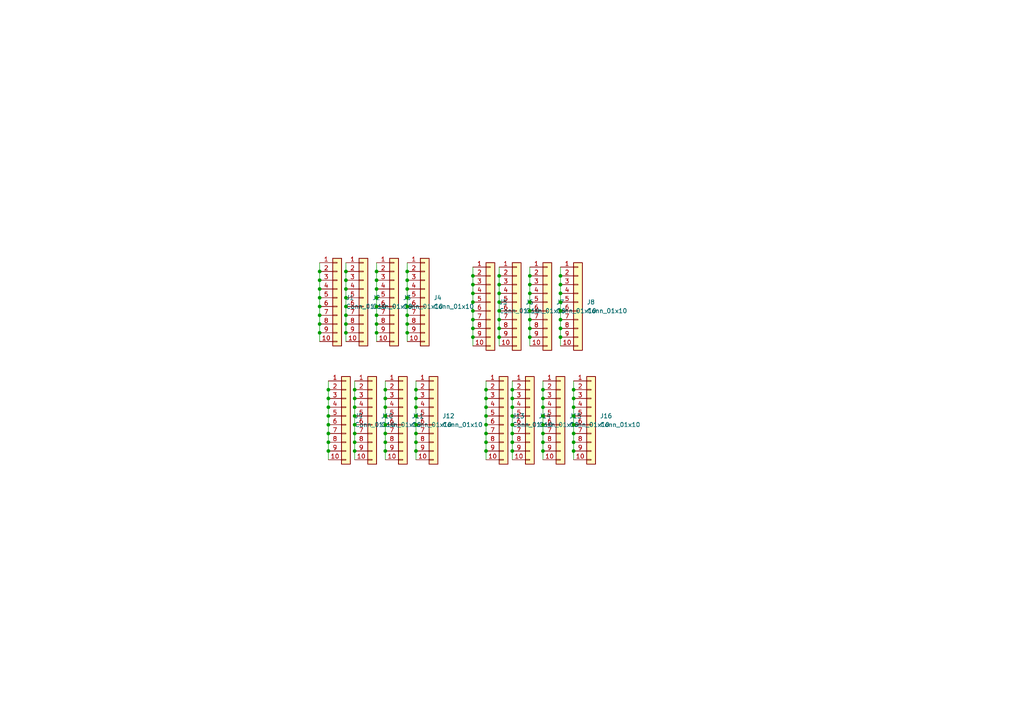
<source format=kicad_sch>
(kicad_sch (version 20231120) (generator "eeschema") (generator_version "8.0")
  (paper "A4")
  (lib_symbols
    (symbol "Connector_Generic:Conn_01x10" (pin_names (offset 1.016) hide)
      (property "Reference" "J" (at 0 12.7 0))
      (property "Value" "Conn_01x10" (at 0 -15.24 0))
      (symbol "Conn_01x10_1_1"
        (rectangle (start -1.27 -12.573) (end 0 -12.827) (stroke (width 0.1524)))
        (rectangle (start -1.27 -10.033) (end 0 -10.287) (stroke (width 0.1524)))
        (rectangle (start -1.27 -7.493) (end 0 -7.747) (stroke (width 0.1524)))
        (rectangle (start -1.27 -4.953) (end 0 -5.207) (stroke (width 0.1524)))
        (rectangle (start -1.27 -2.413) (end 0 -2.667) (stroke (width 0.1524)))
        (rectangle (start -1.27 0.127) (end 0 -0.127) (stroke (width 0.1524)))
        (rectangle (start -1.27 2.667) (end 0 2.413) (stroke (width 0.1524)))
        (rectangle (start -1.27 5.207) (end 0 4.953) (stroke (width 0.1524)))
        (rectangle (start -1.27 7.747) (end 0 7.493) (stroke (width 0.1524)))
        (rectangle (start -1.27 10.287) (end 0 10.033) (stroke (width 0.1524)))
        (rectangle (start -1.27 11.43) (end 1.27 -13.97) (stroke (width 0.254)) (fill (type background)))
        (pin passive line (at -5.08 10.16 0) (length 3.81) (name "Pin_1") (number "1"))
        (pin passive line (at -5.08 -12.7 0) (length 3.81) (name "Pin_10") (number "10"))
        (pin passive line (at -5.08 7.62 0) (length 3.81) (name "Pin_2") (number "2"))
        (pin passive line (at -5.08 5.08 0) (length 3.81) (name "Pin_3") (number "3"))
        (pin passive line (at -5.08 2.54 0) (length 3.81) (name "Pin_4") (number "4"))
        (pin passive line (at -5.08 0 0) (length 3.81) (name "Pin_5") (number "5"))
        (pin passive line (at -5.08 -2.54 0) (length 3.81) (name "Pin_6") (number "6"))
        (pin passive line (at -5.08 -5.08 0) (length 3.81) (name "Pin_7") (number "7"))
        (pin passive line (at -5.08 -7.62 0) (length 3.81) (name "Pin_8") (number "8"))
        (pin passive line (at -5.08 -10.16 0) (length 3.81) (name "Pin_9") (number "9"))
      )
    )
  )
  (junction (at 92.71 88.9))
  (junction (at 140.97 120.65))
  (junction (at 148.59 128.27))
  (junction (at 162.56 80.01))
  (junction (at 148.59 123.19))
  (junction (at 153.67 92.71))
  (junction (at 92.71 91.44))
  (junction (at 144.78 90.17))
  (junction (at 111.76 118.11))
  (junction (at 153.67 85.09))
  (junction (at 162.56 95.25))
  (junction (at 162.56 82.55))
  (junction (at 120.65 118.11))
  (junction (at 137.16 85.09))
  (junction (at 120.65 125.73))
  (junction (at 120.65 120.65))
  (junction (at 109.22 78.74))
  (junction (at 148.59 118.11))
  (junction (at 111.76 125.73))
  (junction (at 92.71 96.52))
  (junction (at 111.76 115.57))
  (junction (at 166.37 130.81))
  (junction (at 100.33 96.52))
  (junction (at 166.37 125.73))
  (junction (at 102.87 123.19))
  (junction (at 111.76 130.81))
  (junction (at 157.48 123.19))
  (junction (at 144.78 82.55))
  (junction (at 118.11 81.28))
  (junction (at 166.37 128.27))
  (junction (at 148.59 130.81))
  (junction (at 153.67 87.63))
  (junction (at 109.22 91.44))
  (junction (at 109.22 96.52))
  (junction (at 120.65 128.27))
  (junction (at 100.33 81.28))
  (junction (at 148.59 113.03))
  (junction (at 137.16 82.55))
  (junction (at 140.97 115.57))
  (junction (at 153.67 95.25))
  (junction (at 157.48 118.11))
  (junction (at 157.48 113.03))
  (junction (at 153.67 97.79))
  (junction (at 140.97 118.11))
  (junction (at 144.78 80.01))
  (junction (at 95.25 115.57))
  (junction (at 157.48 120.65))
  (junction (at 137.16 80.01))
  (junction (at 102.87 115.57))
  (junction (at 100.33 83.82))
  (junction (at 100.33 93.98))
  (junction (at 102.87 120.65))
  (junction (at 109.22 83.82))
  (junction (at 140.97 123.19))
  (junction (at 140.97 128.27))
  (junction (at 153.67 90.17))
  (junction (at 111.76 128.27))
  (junction (at 92.71 81.28))
  (junction (at 157.48 128.27))
  (junction (at 166.37 113.03))
  (junction (at 118.11 83.82))
  (junction (at 111.76 120.65))
  (junction (at 162.56 85.09))
  (junction (at 166.37 118.11))
  (junction (at 166.37 120.65))
  (junction (at 92.71 83.82))
  (junction (at 120.65 113.03))
  (junction (at 100.33 78.74))
  (junction (at 120.65 115.57))
  (junction (at 118.11 91.44))
  (junction (at 144.78 85.09))
  (junction (at 137.16 95.25))
  (junction (at 95.25 120.65))
  (junction (at 95.25 113.03))
  (junction (at 95.25 118.11))
  (junction (at 166.37 123.19))
  (junction (at 148.59 120.65))
  (junction (at 162.56 97.79))
  (junction (at 100.33 91.44))
  (junction (at 92.71 93.98))
  (junction (at 95.25 128.27))
  (junction (at 140.97 130.81))
  (junction (at 120.65 123.19))
  (junction (at 102.87 128.27))
  (junction (at 144.78 87.63))
  (junction (at 137.16 97.79))
  (junction (at 148.59 125.73))
  (junction (at 144.78 95.25))
  (junction (at 148.59 115.57))
  (junction (at 137.16 90.17))
  (junction (at 157.48 130.81))
  (junction (at 92.71 86.36))
  (junction (at 137.16 92.71))
  (junction (at 118.11 93.98))
  (junction (at 162.56 87.63))
  (junction (at 118.11 96.52))
  (junction (at 144.78 92.71))
  (junction (at 111.76 123.19))
  (junction (at 144.78 97.79))
  (junction (at 118.11 88.9))
  (junction (at 157.48 125.73))
  (junction (at 140.97 113.03))
  (junction (at 118.11 86.36))
  (junction (at 100.33 88.9))
  (junction (at 102.87 113.03))
  (junction (at 118.11 78.74))
  (junction (at 95.25 130.81))
  (junction (at 109.22 81.28))
  (junction (at 140.97 125.73))
  (junction (at 153.67 82.55))
  (junction (at 109.22 88.9))
  (junction (at 111.76 113.03))
  (junction (at 95.25 125.73))
  (junction (at 109.22 86.36))
  (junction (at 102.87 130.81))
  (junction (at 166.37 115.57))
  (junction (at 137.16 87.63))
  (junction (at 120.65 130.81))
  (junction (at 92.71 78.74))
  (junction (at 95.25 123.19))
  (junction (at 102.87 118.11))
  (junction (at 102.87 125.73))
  (junction (at 109.22 93.98))
  (junction (at 153.67 80.01))
  (junction (at 162.56 90.17))
  (junction (at 157.48 115.57))
  (junction (at 100.33 86.36))
  (junction (at 162.56 92.71))
  (wire (pts (xy 140.97 128.27) (xy 140.97 130.81)))
  (wire (pts (xy 118.11 91.44) (xy 118.11 93.98)))
  (wire (pts (xy 95.25 110.49) (xy 95.25 113.03)))
  (wire (pts (xy 95.25 123.19) (xy 95.25 125.73)))
  (wire (pts (xy 120.65 118.11) (xy 120.65 120.65)))
  (wire (pts (xy 166.37 120.65) (xy 166.37 123.19)))
  (wire (pts (xy 118.11 88.9) (xy 118.11 91.44)))
  (wire (pts (xy 153.67 100.33) (xy 153.67 97.79)))
  (wire (pts (xy 153.67 92.71) (xy 153.67 95.25)))
  (wire (pts (xy 92.71 88.9) (xy 92.71 91.44)))
  (wire (pts (xy 166.37 123.19) (xy 166.37 125.73)))
  (wire (pts (xy 111.76 110.49) (xy 111.76 113.03)))
  (wire (pts (xy 118.11 93.98) (xy 118.11 96.52)))
  (wire (pts (xy 102.87 128.27) (xy 102.87 130.81)))
  (wire (pts (xy 95.25 130.81) (xy 95.25 133.35)))
  (wire (pts (xy 120.65 125.73) (xy 120.65 128.27)))
  (wire (pts (xy 153.67 82.55) (xy 153.67 85.09)))
  (wire (pts (xy 120.65 110.49) (xy 120.65 113.03)))
  (wire (pts (xy 100.33 83.82) (xy 100.33 86.36)))
  (wire (pts (xy 140.97 110.49) (xy 140.97 113.03)))
  (wire (pts (xy 137.16 97.79) (xy 137.16 100.33)))
  (wire (pts (xy 137.16 87.63) (xy 137.16 90.17)))
  (wire (pts (xy 109.22 76.2) (xy 109.22 78.74)))
  (wire (pts (xy 162.56 97.79) (xy 162.56 100.33)))
  (wire (pts (xy 162.56 85.09) (xy 162.56 87.63)))
  (wire (pts (xy 144.78 90.17) (xy 144.78 92.71)))
  (wire (pts (xy 148.59 115.57) (xy 148.59 118.11)))
  (wire (pts (xy 102.87 123.19) (xy 102.87 125.73)))
  (wire (pts (xy 95.25 113.03) (xy 95.25 115.57)))
  (wire (pts (xy 120.65 113.03) (xy 120.65 115.57)))
  (wire (pts (xy 148.59 125.73) (xy 148.59 128.27)))
  (wire (pts (xy 157.48 123.19) (xy 157.48 125.73)))
  (wire (pts (xy 157.48 118.11) (xy 157.48 120.65)))
  (wire (pts (xy 102.87 125.73) (xy 102.87 128.27)))
  (wire (pts (xy 111.76 118.11) (xy 111.76 120.65)))
  (wire (pts (xy 120.65 130.81) (xy 120.65 133.35)))
  (wire (pts (xy 111.76 125.73) (xy 111.76 128.27)))
  (wire (pts (xy 140.97 120.65) (xy 140.97 123.19)))
  (wire (pts (xy 118.11 83.82) (xy 118.11 86.36)))
  (wire (pts (xy 162.56 95.25) (xy 162.56 97.79)))
  (wire (pts (xy 157.48 128.27) (xy 157.48 130.81)))
  (wire (pts (xy 137.16 85.09) (xy 137.16 87.63)))
  (wire (pts (xy 166.37 113.03) (xy 166.37 115.57)))
  (wire (pts (xy 153.67 85.09) (xy 153.67 87.63)))
  (wire (pts (xy 157.48 120.65) (xy 157.48 123.19)))
  (wire (pts (xy 111.76 120.65) (xy 111.76 123.19)))
  (wire (pts (xy 153.67 95.25) (xy 153.67 97.79)))
  (wire (pts (xy 137.16 92.71) (xy 137.16 95.25)))
  (wire (pts (xy 100.33 93.98) (xy 100.33 96.52)))
  (wire (pts (xy 166.37 130.81) (xy 166.37 133.35)))
  (wire (pts (xy 95.25 118.11) (xy 95.25 120.65)))
  (wire (pts (xy 162.56 80.01) (xy 162.56 82.55)))
  (wire (pts (xy 148.59 120.65) (xy 148.59 123.19)))
  (wire (pts (xy 137.16 80.01) (xy 137.16 82.55)))
  (wire (pts (xy 102.87 110.49) (xy 102.87 113.03)))
  (wire (pts (xy 95.25 115.57) (xy 95.25 118.11)))
  (wire (pts (xy 111.76 128.27) (xy 111.76 130.81)))
  (wire (pts (xy 162.56 87.63) (xy 162.56 90.17)))
  (wire (pts (xy 162.56 82.55) (xy 162.56 85.09)))
  (wire (pts (xy 144.78 87.63) (xy 144.78 90.17)))
  (wire (pts (xy 148.59 130.81) (xy 148.59 133.35)))
  (wire (pts (xy 157.48 125.73) (xy 157.48 128.27)))
  (wire (pts (xy 100.33 91.44) (xy 100.33 93.98)))
  (wire (pts (xy 118.11 96.52) (xy 118.11 99.06)))
  (wire (pts (xy 109.22 78.74) (xy 109.22 81.28)))
  (wire (pts (xy 100.33 86.36) (xy 100.33 88.9)))
  (wire (pts (xy 144.78 80.01) (xy 144.78 82.55)))
  (wire (pts (xy 109.22 99.06) (xy 109.22 96.52)))
  (wire (pts (xy 162.56 90.17) (xy 162.56 92.71)))
  (wire (pts (xy 137.16 90.17) (xy 137.16 92.71)))
  (wire (pts (xy 118.11 86.36) (xy 118.11 88.9)))
  (wire (pts (xy 92.71 83.82) (xy 92.71 86.36)))
  (wire (pts (xy 148.59 113.03) (xy 148.59 115.57)))
  (wire (pts (xy 100.33 88.9) (xy 100.33 91.44)))
  (wire (pts (xy 148.59 118.11) (xy 148.59 120.65)))
  (wire (pts (xy 111.76 115.57) (xy 111.76 118.11)))
  (wire (pts (xy 102.87 130.81) (xy 102.87 133.35)))
  (wire (pts (xy 157.48 113.03) (xy 157.48 115.57)))
  (wire (pts (xy 95.25 128.27) (xy 95.25 130.81)))
  (wire (pts (xy 137.16 95.25) (xy 137.16 97.79)))
  (wire (pts (xy 148.59 123.19) (xy 148.59 125.73)))
  (wire (pts (xy 144.78 82.55) (xy 144.78 85.09)))
  (wire (pts (xy 153.67 87.63) (xy 153.67 90.17)))
  (wire (pts (xy 120.65 120.65) (xy 120.65 123.19)))
  (wire (pts (xy 100.33 76.2) (xy 100.33 78.74)))
  (wire (pts (xy 109.22 88.9) (xy 109.22 91.44)))
  (wire (pts (xy 102.87 118.11) (xy 102.87 120.65)))
  (wire (pts (xy 162.56 77.47) (xy 162.56 80.01)))
  (wire (pts (xy 102.87 120.65) (xy 102.87 123.19)))
  (wire (pts (xy 157.48 133.35) (xy 157.48 130.81)))
  (wire (pts (xy 92.71 81.28) (xy 92.71 83.82)))
  (wire (pts (xy 137.16 77.47) (xy 137.16 80.01)))
  (wire (pts (xy 153.67 80.01) (xy 153.67 82.55)))
  (wire (pts (xy 118.11 76.2) (xy 118.11 78.74)))
  (wire (pts (xy 120.65 115.57) (xy 120.65 118.11)))
  (wire (pts (xy 118.11 81.28) (xy 118.11 83.82)))
  (wire (pts (xy 111.76 133.35) (xy 111.76 130.81)))
  (wire (pts (xy 92.71 78.74) (xy 92.71 81.28)))
  (wire (pts (xy 92.71 86.36) (xy 92.71 88.9)))
  (wire (pts (xy 140.97 130.81) (xy 140.97 133.35)))
  (wire (pts (xy 92.71 76.2) (xy 92.71 78.74)))
  (wire (pts (xy 140.97 125.73) (xy 140.97 128.27)))
  (wire (pts (xy 144.78 77.47) (xy 144.78 80.01)))
  (wire (pts (xy 166.37 110.49) (xy 166.37 113.03)))
  (wire (pts (xy 140.97 115.57) (xy 140.97 118.11)))
  (wire (pts (xy 157.48 110.49) (xy 157.48 113.03)))
  (wire (pts (xy 111.76 123.19) (xy 111.76 125.73)))
  (wire (pts (xy 144.78 95.25) (xy 144.78 97.79)))
  (wire (pts (xy 140.97 123.19) (xy 140.97 125.73)))
  (wire (pts (xy 162.56 92.71) (xy 162.56 95.25)))
  (wire (pts (xy 153.67 77.47) (xy 153.67 80.01)))
  (wire (pts (xy 92.71 96.52) (xy 92.71 99.06)))
  (wire (pts (xy 92.71 93.98) (xy 92.71 96.52)))
  (wire (pts (xy 148.59 110.49) (xy 148.59 113.03)))
  (wire (pts (xy 166.37 118.11) (xy 166.37 120.65)))
  (wire (pts (xy 137.16 82.55) (xy 137.16 85.09)))
  (wire (pts (xy 144.78 92.71) (xy 144.78 95.25)))
  (wire (pts (xy 109.22 81.28) (xy 109.22 83.82)))
  (wire (pts (xy 118.11 78.74) (xy 118.11 81.28)))
  (wire (pts (xy 140.97 118.11) (xy 140.97 120.65)))
  (wire (pts (xy 120.65 123.19) (xy 120.65 125.73)))
  (wire (pts (xy 153.67 90.17) (xy 153.67 92.71)))
  (wire (pts (xy 166.37 115.57) (xy 166.37 118.11)))
  (wire (pts (xy 120.65 128.27) (xy 120.65 130.81)))
  (wire (pts (xy 144.78 85.09) (xy 144.78 87.63)))
  (wire (pts (xy 157.48 115.57) (xy 157.48 118.11)))
  (wire (pts (xy 109.22 93.98) (xy 109.22 96.52)))
  (wire (pts (xy 95.25 125.73) (xy 95.25 128.27)))
  (wire (pts (xy 166.37 125.73) (xy 166.37 128.27)))
  (wire (pts (xy 95.25 120.65) (xy 95.25 123.19)))
  (wire (pts (xy 100.33 81.28) (xy 100.33 83.82)))
  (wire (pts (xy 92.71 91.44) (xy 92.71 93.98)))
  (wire (pts (xy 109.22 83.82) (xy 109.22 86.36)))
  (wire (pts (xy 140.97 113.03) (xy 140.97 115.57)))
  (wire (pts (xy 109.22 91.44) (xy 109.22 93.98)))
  (wire (pts (xy 111.76 113.03) (xy 111.76 115.57)))
  (wire (pts (xy 100.33 96.52) (xy 100.33 99.06)))
  (wire (pts (xy 102.87 115.57) (xy 102.87 118.11)))
  (wire (pts (xy 166.37 128.27) (xy 166.37 130.81)))
  (wire (pts (xy 109.22 86.36) (xy 109.22 88.9)))
  (wire (pts (xy 148.59 128.27) (xy 148.59 130.81)))
  (wire (pts (xy 144.78 97.79) (xy 144.78 100.33)))
  (wire (pts (xy 102.87 113.03) (xy 102.87 115.57)))
  (wire (pts (xy 100.33 78.74) (xy 100.33 81.28)))
  (symbol (lib_id "Connector_Generic:Conn_01x10") (at 158.75 87.63 0) (unit 1)
    (property "Reference" "J7" (at 161.29 87.6299 0) (effects (justify left)))
    (property "Value" "Conn_01x10" (at 161.29 90.1699 0) (effects (justify left)))
    (property "Footprint" "Connector_PinSocket_2.54mm:PinSocket_1x10_P2.54mm_Vertical" (effects (hide yes)))
    (property "Description" "Generic connector, single row, 01x10, script generated (kicad-library-utils/schlib/autogen/connector/)" (effects (hide yes)))
  )
  (symbol (lib_id "Connector_Generic:Conn_01x10") (at 105.41 86.36 0) (unit 1)
    (property "Reference" "J2" (at 107.95 86.3599 0) (effects (justify left)))
    (property "Value" "Conn_01x10" (at 107.95 88.8999 0) (effects (justify left)))
    (property "Footprint" "Connector_PinSocket_2.54mm:PinSocket_1x10_P2.54mm_Vertical" (effects (hide yes)))
    (property "Description" "Generic connector, single row, 01x10, script generated (kicad-library-utils/schlib/autogen/connector/)" (effects (hide yes)))
  )
  (symbol (lib_id "Connector_Generic:Conn_01x10") (at 116.84 120.65 0) (unit 1)
    (property "Reference" "J11" (at 119.38 120.6499 0) (effects (justify left)))
    (property "Value" "Conn_01x10" (at 119.38 123.1899 0) (effects (justify left)))
    (property "Footprint" "Connector_PinSocket_2.54mm:PinSocket_1x10_P2.54mm_Vertical" (effects (hide yes)))
    (property "Description" "Generic connector, single row, 01x10, script generated (kicad-library-utils/schlib/autogen/connector/)" (effects (hide yes)))
  )
  (symbol (lib_id "Connector_Generic:Conn_01x10") (at 153.67 120.65 0) (unit 1)
    (property "Reference" "J14" (at 156.21 120.6499 0) (effects (justify left)))
    (property "Value" "Conn_01x10" (at 156.21 123.1899 0) (effects (justify left)))
    (property "Footprint" "Connector_PinSocket_2.54mm:PinSocket_1x10_P2.54mm_Vertical" (effects (hide yes)))
    (property "Description" "Generic connector, single row, 01x10, script generated (kicad-library-utils/schlib/autogen/connector/)" (effects (hide yes)))
  )
  (symbol (lib_id "Connector_Generic:Conn_01x10") (at 162.56 120.65 0) (unit 1)
    (property "Reference" "J15" (at 165.1 120.6499 0) (effects (justify left)))
    (property "Value" "Conn_01x10" (at 165.1 123.1899 0) (effects (justify left)))
    (property "Footprint" "Connector_PinSocket_2.54mm:PinSocket_1x10_P2.54mm_Vertical" (effects (hide yes)))
    (property "Description" "Generic connector, single row, 01x10, script generated (kicad-library-utils/schlib/autogen/connector/)" (effects (hide yes)))
  )
  (symbol (lib_id "Connector_Generic:Conn_01x10") (at 107.95 120.65 0) (unit 1)
    (property "Reference" "J10" (at 110.49 120.6499 0) (effects (justify left)))
    (property "Value" "Conn_01x10" (at 110.49 123.1899 0) (effects (justify left)))
    (property "Footprint" "Connector_PinSocket_2.54mm:PinSocket_1x10_P2.54mm_Vertical" (effects (hide yes)))
    (property "Description" "Generic connector, single row, 01x10, script generated (kicad-library-utils/schlib/autogen/connector/)" (effects (hide yes)))
  )
  (symbol (lib_id "Connector_Generic:Conn_01x10") (at 167.64 87.63 0) (unit 1)
    (property "Reference" "J8" (at 170.18 87.6299 0) (effects (justify left)))
    (property "Value" "Conn_01x10" (at 170.18 90.1699 0) (effects (justify left)))
    (property "Footprint" "Connector_PinSocket_2.54mm:PinSocket_1x10_P2.54mm_Vertical" (effects (hide yes)))
    (property "Description" "Generic connector, single row, 01x10, script generated (kicad-library-utils/schlib/autogen/connector/)" (effects (hide yes)))
  )
  (symbol (lib_id "Connector_Generic:Conn_01x10") (at 114.3 86.36 0) (unit 1)
    (property "Reference" "J3" (at 116.84 86.3599 0) (effects (justify left)))
    (property "Value" "Conn_01x10" (at 116.84 88.8999 0) (effects (justify left)))
    (property "Footprint" "Connector_PinSocket_2.54mm:PinSocket_1x10_P2.54mm_Vertical" (effects (hide yes)))
    (property "Description" "Generic connector, single row, 01x10, script generated (kicad-library-utils/schlib/autogen/connector/)" (effects (hide yes)))
  )
  (symbol (lib_id "Connector_Generic:Conn_01x10") (at 100.33 120.65 0) (unit 1)
    (property "Reference" "J9" (at 102.87 120.6499 0) (effects (justify left)))
    (property "Value" "Conn_01x10" (at 102.87 123.1899 0) (effects (justify left)))
    (property "Footprint" "Connector_PinSocket_2.54mm:PinSocket_1x10_P2.54mm_Vertical" (effects (hide yes)))
    (property "Description" "Generic connector, single row, 01x10, script generated (kicad-library-utils/schlib/autogen/connector/)" (effects (hide yes)))
  )
  (symbol (lib_id "Connector_Generic:Conn_01x10") (at 125.73 120.65 0) (unit 1)
    (property "Reference" "J12" (at 128.27 120.6499 0) (effects (justify left)))
    (property "Value" "Conn_01x10" (at 128.27 123.1899 0) (effects (justify left)))
    (property "Footprint" "Connector_PinSocket_2.54mm:PinSocket_1x10_P2.54mm_Vertical" (effects (hide yes)))
    (property "Description" "Generic connector, single row, 01x10, script generated (kicad-library-utils/schlib/autogen/connector/)" (effects (hide yes)))
  )
  (symbol (lib_id "Connector_Generic:Conn_01x10") (at 97.79 86.36 0) (unit 1)
    (property "Reference" "J1" (at 100.33 86.3599 0) (effects (justify left)))
    (property "Value" "Conn_01x10" (at 100.33 88.8999 0) (effects (justify left)))
    (property "Footprint" "Connector_PinSocket_2.54mm:PinSocket_1x10_P2.54mm_Vertical" (effects (hide yes)))
    (property "Description" "Generic connector, single row, 01x10, script generated (kicad-library-utils/schlib/autogen/connector/)" (effects (hide yes)))
  )
  (symbol (lib_id "Connector_Generic:Conn_01x10") (at 171.45 120.65 0) (unit 1)
    (property "Reference" "J16" (at 173.99 120.6499 0) (effects (justify left)))
    (property "Value" "Conn_01x10" (at 173.99 123.1899 0) (effects (justify left)))
    (property "Footprint" "Connector_PinSocket_2.54mm:PinSocket_1x10_P2.54mm_Vertical" (effects (hide yes)))
    (property "Description" "Generic connector, single row, 01x10, script generated (kicad-library-utils/schlib/autogen/connector/)" (effects (hide yes)))
  )
  (symbol (lib_id "Connector_Generic:Conn_01x10") (at 142.24 87.63 0) (unit 1)
    (property "Reference" "J5" (at 144.78 87.6299 0) (effects (justify left)))
    (property "Value" "Conn_01x10" (at 144.78 90.1699 0) (effects (justify left)))
    (property "Footprint" "Connector_PinSocket_2.54mm:PinSocket_1x10_P2.54mm_Vertical" (effects (hide yes)))
    (property "Description" "Generic connector, single row, 01x10, script generated (kicad-library-utils/schlib/autogen/connector/)" (effects (hide yes)))
  )
  (symbol (lib_id "Connector_Generic:Conn_01x10") (at 123.19 86.36 0) (unit 1)
    (property "Reference" "J4" (at 125.73 86.3599 0) (effects (justify left)))
    (property "Value" "Conn_01x10" (at 125.73 88.8999 0) (effects (justify left)))
    (property "Footprint" "Connector_PinSocket_2.54mm:PinSocket_1x10_P2.54mm_Vertical" (effects (hide yes)))
    (property "Description" "Generic connector, single row, 01x10, script generated (kicad-library-utils/schlib/autogen/connector/)" (effects (hide yes)))
  )
  (symbol (lib_id "Connector_Generic:Conn_01x10") (at 149.86 87.63 0) (unit 1)
    (property "Reference" "J6" (at 152.4 87.6299 0) (effects (justify left)))
    (property "Value" "Conn_01x10" (at 152.4 90.1699 0) (effects (justify left)))
    (property "Footprint" "Connector_PinSocket_2.54mm:PinSocket_1x10_P2.54mm_Vertical" (effects (hide yes)))
    (property "Description" "Generic connector, single row, 01x10, script generated (kicad-library-utils/schlib/autogen/connector/)" (effects (hide yes)))
  )
  (symbol (lib_id "Connector_Generic:Conn_01x10") (at 146.05 120.65 0) (unit 1)
    (property "Reference" "J13" (at 148.59 120.6499 0) (effects (justify left)))
    (property "Value" "Conn_01x10" (at 148.59 123.1899 0) (effects (justify left)))
    (property "Footprint" "Connector_PinSocket_2.54mm:PinSocket_1x10_P2.54mm_Vertical" (effects (hide yes)))
    (property "Description" "Generic connector, single row, 01x10, script generated (kicad-library-utils/schlib/autogen/connector/)" (effects (hide yes)))
  )
)
</source>
